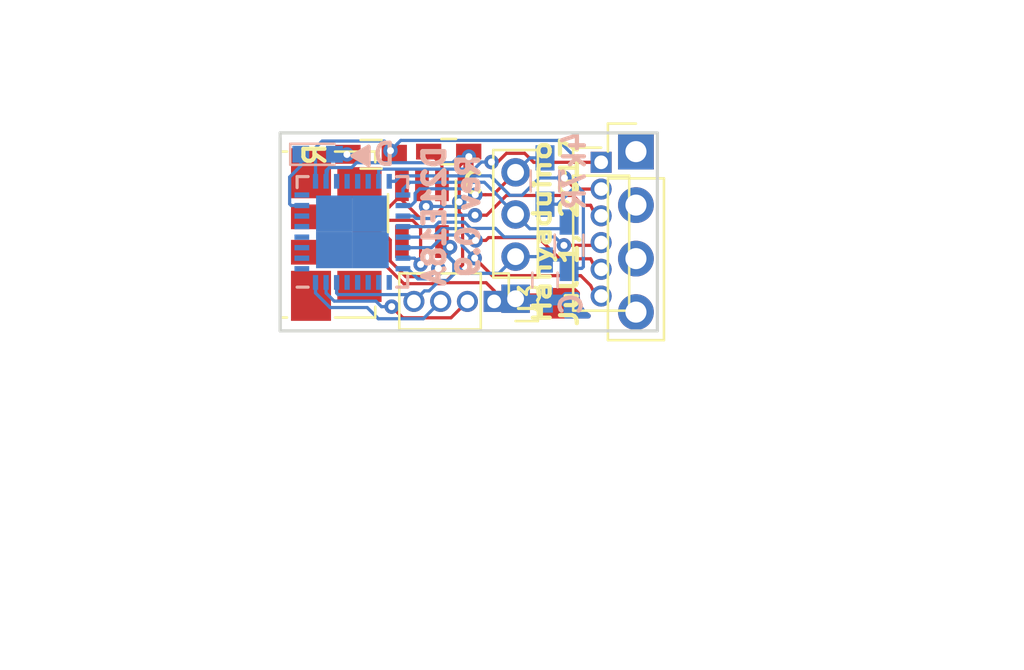
<source format=kicad_pcb>
(kicad_pcb (version 4) (host pcbnew 4.0.6)

  (general
    (links 39)
    (no_connects 7)
    (area 104.781457 96.9896 153.455401 128.8034)
    (thickness 1.6)
    (drawings 13)
    (tracks 236)
    (zones 0)
    (modules 13)
    (nets 36)
  )

  (page A4)
  (layers
    (0 F.Cu signal)
    (31 B.Cu signal)
    (33 F.Adhes user)
    (34 B.Paste user)
    (35 F.Paste user)
    (36 B.SilkS user)
    (37 F.SilkS user)
    (38 B.Mask user)
    (39 F.Mask user)
    (40 Dwgs.User user)
    (41 Cmts.User user)
    (42 Eco1.User user)
    (43 Eco2.User user)
    (44 Edge.Cuts user)
    (45 Margin user)
    (47 F.CrtYd user)
    (49 F.Fab user)
  )

  (setup
    (last_trace_width 0.1524)
    (trace_clearance 0.1524)
    (zone_clearance 0.508)
    (zone_45_only no)
    (trace_min 0.1524)
    (segment_width 0.2)
    (edge_width 0.15)
    (via_size 0.6858)
    (via_drill 0.3302)
    (via_min_size 0.6858)
    (via_min_drill 0.3302)
    (uvia_size 0.762)
    (uvia_drill 0.508)
    (uvias_allowed no)
    (uvia_min_size 0)
    (uvia_min_drill 0)
    (pcb_text_width 0.3)
    (pcb_text_size 1.5 1.5)
    (mod_edge_width 0.15)
    (mod_text_size 1 1)
    (mod_text_width 0.15)
    (pad_size 1.524 1.524)
    (pad_drill 0.762)
    (pad_to_mask_clearance 0.2)
    (aux_axis_origin 0 0)
    (grid_origin 118.491 103.251)
    (visible_elements FFFFFF7F)
    (pcbplotparams
      (layerselection 0x000f0_80000001)
      (usegerberextensions false)
      (excludeedgelayer true)
      (linewidth 0.100000)
      (plotframeref false)
      (viasonmask false)
      (mode 1)
      (useauxorigin false)
      (hpglpennumber 1)
      (hpglpenspeed 20)
      (hpglpendiameter 15)
      (hpglpenoverlay 2)
      (psnegative false)
      (psa4output false)
      (plotreference true)
      (plotvalue true)
      (plotinvisibletext false)
      (padsonsilk false)
      (subtractmaskfromsilk false)
      (outputformat 1)
      (mirror false)
      (drillshape 0)
      (scaleselection 1)
      (outputdirectory ""))
  )

  (net 0 "")
  (net 1 +5V)
  (net 2 GND)
  (net 3 VDDANA)
  (net 4 "Net-(D1-Pad2)")
  (net 5 /RESET)
  (net 6 "Net-(J1-Pad6)")
  (net 7 A6/LED_BUILTIN)
  (net 8 A31/SWDIO)
  (net 9 A16/SDA)
  (net 10 A17/SCL)
  (net 11 AREFA)
  (net 12 VDDCORE)
  (net 13 A2)
  (net 14 A4)
  (net 15 A5)
  (net 16 A7)
  (net 17 A8)
  (net 18 A9)
  (net 19 A10/TX1)
  (net 20 A11/RX1)
  (net 21 A14/TX2)
  (net 22 A15/RX2)
  (net 23 A18/MOSI)
  (net 24 A19/SCK)
  (net 25 A22/MISO)
  (net 26 A23/SS)
  (net 27 D-)
  (net 28 D+)
  (net 29 A27)
  (net 30 A28)
  (net 31 A30/SWDCLK)
  (net 32 A0)
  (net 33 A1)
  (net 34 "Net-(J1-Pad4)")
  (net 35 "Net-(U1-Pad4)")

  (net_class Default "This is the default net class."
    (clearance 0.1524)
    (trace_width 0.1524)
    (via_dia 0.6858)
    (via_drill 0.3302)
    (uvia_dia 0.762)
    (uvia_drill 0.508)
    (add_net +5V)
    (add_net /RESET)
    (add_net A0)
    (add_net A1)
    (add_net A10/TX1)
    (add_net A11/RX1)
    (add_net A14/TX2)
    (add_net A15/RX2)
    (add_net A16/SDA)
    (add_net A17/SCL)
    (add_net A18/MOSI)
    (add_net A19/SCK)
    (add_net A2)
    (add_net A22/MISO)
    (add_net A23/SS)
    (add_net A27)
    (add_net A28)
    (add_net A30/SWDCLK)
    (add_net A31/SWDIO)
    (add_net A4)
    (add_net A5)
    (add_net A6/LED_BUILTIN)
    (add_net A7)
    (add_net A8)
    (add_net A9)
    (add_net AREFA)
    (add_net D+)
    (add_net D-)
    (add_net GND)
    (add_net "Net-(D1-Pad2)")
    (add_net "Net-(J1-Pad4)")
    (add_net "Net-(J1-Pad6)")
    (add_net "Net-(U1-Pad4)")
    (add_net VDDANA)
    (add_net VDDCORE)
  )

  (module Connectors_Molex:USB_Micro-B_Molex_47346-0001 (layer F.Cu) (tedit 595776C6) (tstamp 594F625D)
    (at 120.904 108.204)
    (descr http://www.molex.com/pdm_docs/sd/473460001_sd.pdf)
    (tags "Micro-USB SMD")
    (path /594F16CE)
    (attr smd)
    (fp_text reference J1 (at -15.113 3.302) (layer Dwgs.User)
      (effects (font (size 1 1) (thickness 0.15)))
    )
    (fp_text value USB_OTG (at -11.684 -0.508 90) (layer F.Fab)
      (effects (font (size 1 1) (thickness 0.15)))
    )
    (fp_text user "PCB Front Edge" (at -2.85 7.62 90) (layer Dwgs.User)
      (effects (font (size 0.4 0.4) (thickness 0.04)))
    )
    (fp_line (start 1.72 3.94) (end 1.72 3.43) (layer F.SilkS) (width 0.12))
    (fp_line (start -3.74 4.6) (end -3.74 -4.6) (layer F.CrtYd) (width 0.05))
    (fp_line (start 2.52 4.6) (end -3.74 4.6) (layer F.CrtYd) (width 0.05))
    (fp_line (start 2.52 -4.6) (end 2.52 4.6) (layer F.CrtYd) (width 0.05))
    (fp_line (start -3.74 -4.6) (end 2.52 -4.6) (layer F.CrtYd) (width 0.05))
    (fp_line (start -3.48 3.75) (end -3.48 -3.75) (layer F.Fab) (width 0.1))
    (fp_line (start 1.52 3.75) (end -3.48 3.75) (layer F.Fab) (width 0.1))
    (fp_line (start 1.52 -3.75) (end 1.52 3.75) (layer F.Fab) (width 0.1))
    (fp_line (start -3.48 -3.75) (end 1.52 -3.75) (layer F.Fab) (width 0.1))
    (fp_line (start -2.47 3.94) (end -2.73 3.94) (layer F.SilkS) (width 0.12))
    (fp_line (start 1.72 3.94) (end -0.19 3.94) (layer F.SilkS) (width 0.12))
    (fp_line (start 1.72 -3.94) (end 1.72 -3.43) (layer F.SilkS) (width 0.12))
    (fp_line (start -0.19 -3.94) (end 1.72 -3.94) (layer F.SilkS) (width 0.12))
    (fp_line (start -2.73 -3.94) (end -2.47 -3.94) (layer F.SilkS) (width 0.12))
    (fp_line (start -2.78 -5) (end -2.78 5) (layer Dwgs.User) (width 0.15))
    (pad 1 smd rect (at 1.33 -1.3) (size 1.38 0.45) (layers F.Cu F.Paste F.Mask)
      (net 1 +5V))
    (pad 2 smd rect (at 1.33 -0.65) (size 1.38 0.45) (layers F.Cu F.Paste F.Mask)
      (net 27 D-))
    (pad 3 smd rect (at 1.33 0) (size 1.38 0.45) (layers F.Cu F.Paste F.Mask)
      (net 28 D+))
    (pad 4 smd rect (at 1.33 0.65) (size 1.38 0.45) (layers F.Cu F.Paste F.Mask)
      (net 34 "Net-(J1-Pad4)"))
    (pad 5 smd rect (at 1.33 1.3) (size 1.38 0.45) (layers F.Cu F.Paste F.Mask)
      (net 2 GND))
    (pad 6 smd rect (at 0.97 -2.4625) (size 2.1 1.475) (layers F.Cu F.Paste F.Mask)
      (net 6 "Net-(J1-Pad6)"))
    (pad 6 smd rect (at 0.97 2.4625) (size 2.1 1.475) (layers F.Cu F.Paste F.Mask)
      (net 6 "Net-(J1-Pad6)"))
    (pad 6 smd rect (at -1.33 -2.91) (size 1.9 2.375) (layers F.Cu F.Paste F.Mask)
      (net 6 "Net-(J1-Pad6)"))
    (pad 6 smd rect (at -1.33 2.91) (size 1.9 2.375) (layers F.Cu F.Paste F.Mask)
      (net 6 "Net-(J1-Pad6)"))
    (pad 6 smd rect (at -1.33 -0.84) (size 1.9 1.175) (layers F.Cu F.Paste F.Mask)
      (net 6 "Net-(J1-Pad6)"))
    (pad 6 smd rect (at -1.33 0.84) (size 1.9 1.175) (layers F.Cu F.Paste F.Mask)
      (net 6 "Net-(J1-Pad6)"))
    (model Connectors_Molex.3dshapes/USB_Micro-B_Molex_47346-0001.wrl
      (at (xyz -0.05 0 0.05))
      (scale (xyz 0.39 0.39 0.39))
      (rotate (xyz -90 0 90))
    )
  )

  (module Resistors_SMD:R_0603_HandSoldering (layer B.Cu) (tedit 595775E1) (tstamp 594F629F)
    (at 130.683 105.664 90)
    (descr "Resistor SMD 0603, hand soldering")
    (tags "resistor 0603")
    (path /594F1D1D)
    (attr smd)
    (fp_text reference "" (at -1.905 10.287 90) (layer B.SilkS)
      (effects (font (size 1 1) (thickness 0.15)) (justify mirror))
    )
    (fp_text value 4k7 (at -9.144 10.414 90) (layer B.Fab)
      (effects (font (size 1 1) (thickness 0.15)) (justify mirror))
    )
    (fp_text user %R (at 0 0 90) (layer B.Fab)
      (effects (font (size 0.5 0.5) (thickness 0.075)) (justify mirror))
    )
    (fp_line (start -0.8 -0.4) (end -0.8 0.4) (layer B.Fab) (width 0.1))
    (fp_line (start 0.8 -0.4) (end -0.8 -0.4) (layer B.Fab) (width 0.1))
    (fp_line (start 0.8 0.4) (end 0.8 -0.4) (layer B.Fab) (width 0.1))
    (fp_line (start -0.8 0.4) (end 0.8 0.4) (layer B.Fab) (width 0.1))
    (fp_line (start 0.5 -0.68) (end -0.5 -0.68) (layer B.SilkS) (width 0.12))
    (fp_line (start -0.5 0.68) (end 0.5 0.68) (layer B.SilkS) (width 0.12))
    (fp_line (start -1.96 0.7) (end 1.95 0.7) (layer B.CrtYd) (width 0.05))
    (fp_line (start -1.96 0.7) (end -1.96 -0.7) (layer B.CrtYd) (width 0.05))
    (fp_line (start 1.95 -0.7) (end 1.95 0.7) (layer B.CrtYd) (width 0.05))
    (fp_line (start 1.95 -0.7) (end -1.96 -0.7) (layer B.CrtYd) (width 0.05))
    (pad 1 smd rect (at -1.1 0 90) (size 1.2 0.9) (layers B.Cu B.Paste B.Mask)
      (net 3 VDDANA))
    (pad 2 smd rect (at 1.1 0 90) (size 1.2 0.9) (layers B.Cu B.Paste B.Mask)
      (net 10 A17/SCL))
    (model ${KISYS3DMOD}/Resistors_SMD.3dshapes/R_0603.wrl
      (at (xyz 0 0 0))
      (scale (xyz 1 1 1))
      (rotate (xyz 0 0 0))
    )
  )

  (module TO_SOT_Packages_SMD:SOT-23-5_HandSoldering (layer F.Cu) (tedit 595776DC) (tstamp 594F62B4)
    (at 124.841 107.188 270)
    (descr "5-pin SOT23 package")
    (tags "SOT-23-5 hand-soldering")
    (path /594F1746)
    (attr smd)
    (fp_text reference U1 (at 9.652 -19.558 270) (layer Dwgs.User)
      (effects (font (size 1 1) (thickness 0.15)))
    )
    (fp_text value TLV71333PDBV (at 11.684 11.049 360) (layer F.Fab)
      (effects (font (size 1 1) (thickness 0.15)))
    )
    (fp_text user %R (at -7.62 -1.778 270) (layer F.Fab)
      (effects (font (size 0.5 0.5) (thickness 0.075)))
    )
    (fp_line (start -0.9 1.61) (end 0.9 1.61) (layer F.SilkS) (width 0.12))
    (fp_line (start 0.9 -1.61) (end -1.55 -1.61) (layer F.SilkS) (width 0.12))
    (fp_line (start -0.9 -0.9) (end -0.25 -1.55) (layer F.Fab) (width 0.1))
    (fp_line (start 0.9 -1.55) (end -0.25 -1.55) (layer F.Fab) (width 0.1))
    (fp_line (start -0.9 -0.9) (end -0.9 1.55) (layer F.Fab) (width 0.1))
    (fp_line (start 0.9 1.55) (end -0.9 1.55) (layer F.Fab) (width 0.1))
    (fp_line (start 0.9 -1.55) (end 0.9 1.55) (layer F.Fab) (width 0.1))
    (fp_line (start -2.38 -1.8) (end 2.38 -1.8) (layer F.CrtYd) (width 0.05))
    (fp_line (start -2.38 -1.8) (end -2.38 1.8) (layer F.CrtYd) (width 0.05))
    (fp_line (start 2.38 1.8) (end 2.38 -1.8) (layer F.CrtYd) (width 0.05))
    (fp_line (start 2.38 1.8) (end -2.38 1.8) (layer F.CrtYd) (width 0.05))
    (pad 1 smd rect (at -1.35 -0.95 270) (size 1.56 0.65) (layers F.Cu F.Paste F.Mask)
      (net 1 +5V))
    (pad 2 smd rect (at -1.35 0 270) (size 1.56 0.65) (layers F.Cu F.Paste F.Mask)
      (net 2 GND))
    (pad 3 smd rect (at -1.35 0.95 270) (size 1.56 0.65) (layers F.Cu F.Paste F.Mask)
      (net 1 +5V))
    (pad 4 smd rect (at 1.35 0.95 270) (size 1.56 0.65) (layers F.Cu F.Paste F.Mask)
      (net 35 "Net-(U1-Pad4)"))
    (pad 5 smd rect (at 1.35 -0.95 270) (size 1.56 0.65) (layers F.Cu F.Paste F.Mask)
      (net 3 VDDANA))
    (model ${KISYS3DMOD}/TO_SOT_Packages_SMD.3dshapes\SOT-23-5.wrl
      (at (xyz 0 0 0))
      (scale (xyz 1 1 1))
      (rotate (xyz 0 0 0))
    )
  )

  (module Pin_Headers:Pin_Header_Straight_1x04_Pitch1.27mm (layer F.Cu) (tedit 58CD4ED0) (tstamp 5956F2BF)
    (at 128.27 111.379 270)
    (descr "Through hole straight pin header, 1x04, 1.27mm pitch, single row")
    (tags "Through hole pin header THT 1x04 1.27mm single row")
    (path /59571376)
    (fp_text reference J3 (at 0 -1.695 270) (layer F.SilkS)
      (effects (font (size 1 1) (thickness 0.15)))
    )
    (fp_text value CONN_01X04 (at 7.493 3.302 360) (layer F.Fab)
      (effects (font (size 1 1) (thickness 0.15)))
    )
    (fp_line (start -1.27 -0.635) (end -1.27 4.445) (layer F.Fab) (width 0.1))
    (fp_line (start -1.27 4.445) (end 1.27 4.445) (layer F.Fab) (width 0.1))
    (fp_line (start 1.27 4.445) (end 1.27 -0.635) (layer F.Fab) (width 0.1))
    (fp_line (start 1.27 -0.635) (end -1.27 -0.635) (layer F.Fab) (width 0.1))
    (fp_line (start -1.33 0.635) (end -1.33 4.505) (layer F.SilkS) (width 0.12))
    (fp_line (start -1.33 4.505) (end 1.33 4.505) (layer F.SilkS) (width 0.12))
    (fp_line (start 1.33 4.505) (end 1.33 0.635) (layer F.SilkS) (width 0.12))
    (fp_line (start 1.33 0.635) (end -1.33 0.635) (layer F.SilkS) (width 0.12))
    (fp_line (start -1.33 0) (end -1.33 -0.695) (layer F.SilkS) (width 0.12))
    (fp_line (start -1.33 -0.695) (end 0 -0.695) (layer F.SilkS) (width 0.12))
    (fp_line (start -1.8 -1.15) (end -1.8 4.95) (layer F.CrtYd) (width 0.05))
    (fp_line (start -1.8 4.95) (end 1.8 4.95) (layer F.CrtYd) (width 0.05))
    (fp_line (start 1.8 4.95) (end 1.8 -1.15) (layer F.CrtYd) (width 0.05))
    (fp_line (start 1.8 -1.15) (end -1.8 -1.15) (layer F.CrtYd) (width 0.05))
    (fp_text user %R (at 0 -1.695 270) (layer F.Fab)
      (effects (font (size 1 1) (thickness 0.15)))
    )
    (pad 1 thru_hole rect (at 0 0 270) (size 1 1) (drill 0.65) (layers *.Cu *.Mask)
      (net 2 GND))
    (pad 2 thru_hole oval (at 0 1.27 270) (size 1 1) (drill 0.65) (layers *.Cu *.Mask)
      (net 31 A30/SWDCLK))
    (pad 3 thru_hole oval (at 0 2.54 270) (size 1 1) (drill 0.65) (layers *.Cu *.Mask)
      (net 8 A31/SWDIO))
    (pad 4 thru_hole oval (at 0 3.81 270) (size 1 1) (drill 0.65) (layers *.Cu *.Mask)
      (net 3 VDDANA))
    (model ${KISYS3DMOD}/Pin_Headers.3dshapes/Pin_Header_Straight_1x04_Pitch1.27mm.wrl
      (at (xyz 0 0 0))
      (scale (xyz 1 1 1))
      (rotate (xyz 0 0 0))
    )
  )

  (module Pin_Headers:Pin_Header_Straight_1x04_Pitch2.00mm (layer F.Cu) (tedit 595776D5) (tstamp 594F6C51)
    (at 129.286 111.252 180)
    (descr "Through hole straight pin header, 1x04, 2.00mm pitch, single row")
    (tags "Through hole pin header THT 1x04 2.00mm single row")
    (path /594F6B16)
    (fp_text reference J6 (at -4.318 -6.731 180) (layer Dwgs.User)
      (effects (font (size 1 1) (thickness 0.15)))
    )
    (fp_text value Groveconn4 (at -14.732 2.413 270) (layer F.Fab)
      (effects (font (size 1 1) (thickness 0.15)))
    )
    (fp_line (start -1 -1) (end -1 7) (layer F.Fab) (width 0.1))
    (fp_line (start -1 7) (end 1 7) (layer F.Fab) (width 0.1))
    (fp_line (start 1 7) (end 1 -1) (layer F.Fab) (width 0.1))
    (fp_line (start 1 -1) (end -1 -1) (layer F.Fab) (width 0.1))
    (fp_line (start -1.06 1) (end -1.06 7.06) (layer F.SilkS) (width 0.12))
    (fp_line (start -1.06 7.06) (end 1.06 7.06) (layer F.SilkS) (width 0.12))
    (fp_line (start 1.06 7.06) (end 1.06 1) (layer F.SilkS) (width 0.12))
    (fp_line (start 1.06 1) (end -1.06 1) (layer F.SilkS) (width 0.12))
    (fp_line (start -1.06 0) (end -1.06 -1.06) (layer F.SilkS) (width 0.12))
    (fp_line (start -1.06 -1.06) (end 0 -1.06) (layer F.SilkS) (width 0.12))
    (fp_line (start -1.5 -1.5) (end -1.5 7.5) (layer F.CrtYd) (width 0.05))
    (fp_line (start -1.5 7.5) (end 1.5 7.5) (layer F.CrtYd) (width 0.05))
    (fp_line (start 1.5 7.5) (end 1.5 -1.5) (layer F.CrtYd) (width 0.05))
    (fp_line (start 1.5 -1.5) (end -1.5 -1.5) (layer F.CrtYd) (width 0.05))
    (fp_text user %R (at -2.032 -7.366 180) (layer F.Fab)
      (effects (font (size 1 1) (thickness 0.15)))
    )
    (pad 1 thru_hole rect (at 0 0 180) (size 1.35 1.35) (drill 0.8) (layers *.Cu *.Mask)
      (net 2 GND))
    (pad 2 thru_hole oval (at 0 2 180) (size 1.35 1.35) (drill 0.8) (layers *.Cu *.Mask)
      (net 3 VDDANA))
    (pad 3 thru_hole oval (at 0 4 180) (size 1.35 1.35) (drill 0.8) (layers *.Cu *.Mask)
      (net 9 A16/SDA))
    (pad 4 thru_hole oval (at 0 6 180) (size 1.35 1.35) (drill 0.8) (layers *.Cu *.Mask)
      (net 10 A17/SCL))
    (model ${KISYS3DMOD}/Pin_Headers.3dshapes/Pin_Header_Straight_1x04_Pitch2.00mm.wrl
      (at (xyz 0 0 0))
      (scale (xyz 1 1 1))
      (rotate (xyz 0 0 0))
    )
  )

  (module Capacitors_SMD:C_0603_HandSoldering (layer F.Cu) (tedit 595776CE) (tstamp 594F6206)
    (at 126.111 104.267)
    (descr "Capacitor SMD 0603, hand soldering")
    (tags "capacitor 0603")
    (path /594F2E4A)
    (attr smd)
    (fp_text reference C1 (at -6.35 14.097) (layer Dwgs.User)
      (effects (font (size 1 1) (thickness 0.15)))
    )
    (fp_text value 1uF (at 2.794 -5.334) (layer F.Fab)
      (effects (font (size 1 1) (thickness 0.15)))
    )
    (fp_text user %R (at -0.889 -5.969) (layer F.Fab)
      (effects (font (size 1 1) (thickness 0.15)))
    )
    (fp_line (start -0.8 0.4) (end -0.8 -0.4) (layer F.Fab) (width 0.1))
    (fp_line (start 0.8 0.4) (end -0.8 0.4) (layer F.Fab) (width 0.1))
    (fp_line (start 0.8 -0.4) (end 0.8 0.4) (layer F.Fab) (width 0.1))
    (fp_line (start -0.8 -0.4) (end 0.8 -0.4) (layer F.Fab) (width 0.1))
    (fp_line (start -0.35 -0.6) (end 0.35 -0.6) (layer F.SilkS) (width 0.12))
    (fp_line (start 0.35 0.6) (end -0.35 0.6) (layer F.SilkS) (width 0.12))
    (fp_line (start -1.8 -0.65) (end 1.8 -0.65) (layer F.CrtYd) (width 0.05))
    (fp_line (start -1.8 -0.65) (end -1.8 0.65) (layer F.CrtYd) (width 0.05))
    (fp_line (start 1.8 0.65) (end 1.8 -0.65) (layer F.CrtYd) (width 0.05))
    (fp_line (start 1.8 0.65) (end -1.8 0.65) (layer F.CrtYd) (width 0.05))
    (pad 1 smd rect (at -0.95 0) (size 1.2 0.75) (layers F.Cu F.Paste F.Mask)
      (net 1 +5V))
    (pad 2 smd rect (at 0.95 0) (size 1.2 0.75) (layers F.Cu F.Paste F.Mask)
      (net 2 GND))
    (model Capacitors_SMD.3dshapes/C_0603.wrl
      (at (xyz 0 0 0))
      (scale (xyz 1 1 1))
      (rotate (xyz 0 0 0))
    )
  )

  (module "Housings_DFN_QFN XXX:QFN-32-1EP_5x5mm_Pitch0.5mm" (layer B.Cu) (tedit 59577631) (tstamp 5956F48A)
    (at 121.539 108.077)
    (descr "UH Package; 32-Lead Plastic QFN (5mm x 5mm); (see Linear Technology QFN_32_05-08-1693.pdf)")
    (tags "QFN 0.5")
    (path /5956CE41)
    (attr smd)
    (fp_text reference "" (at 0 3.75) (layer B.SilkS)
      (effects (font (size 1 1) (thickness 0.15)) (justify mirror))
    )
    (fp_text value ATSAMD21E18A-AU (at -3.048 -8.509) (layer B.Fab)
      (effects (font (size 1 1) (thickness 0.15)) (justify mirror))
    )
    (fp_line (start -1.5 2.5) (end 2.5 2.5) (layer B.Fab) (width 0.15))
    (fp_line (start 2.5 2.5) (end 2.5 -2.5) (layer B.Fab) (width 0.15))
    (fp_line (start 2.5 -2.5) (end -2.5 -2.5) (layer B.Fab) (width 0.15))
    (fp_line (start -2.5 -2.5) (end -2.5 1.5) (layer B.Fab) (width 0.15))
    (fp_line (start -2.5 1.5) (end -1.5 2.5) (layer B.Fab) (width 0.15))
    (fp_line (start -3 3) (end -3 -3) (layer B.CrtYd) (width 0.05))
    (fp_line (start 3 3) (end 3 -3) (layer B.CrtYd) (width 0.05))
    (fp_line (start -3 3) (end 3 3) (layer B.CrtYd) (width 0.05))
    (fp_line (start -3 -3) (end 3 -3) (layer B.CrtYd) (width 0.05))
    (fp_line (start 2.625 2.625) (end 2.625 2.1) (layer B.SilkS) (width 0.15))
    (fp_line (start -2.625 -2.625) (end -2.625 -2.1) (layer B.SilkS) (width 0.15))
    (fp_line (start 2.625 -2.625) (end 2.625 -2.1) (layer B.SilkS) (width 0.15))
    (fp_line (start -2.625 2.625) (end -2.1 2.625) (layer B.SilkS) (width 0.15))
    (fp_line (start -2.625 -2.625) (end -2.1 -2.625) (layer B.SilkS) (width 0.15))
    (fp_line (start 2.625 -2.625) (end 2.1 -2.625) (layer B.SilkS) (width 0.15))
    (fp_line (start 2.625 2.625) (end 2.1 2.625) (layer B.SilkS) (width 0.15))
    (pad 1 smd rect (at -2.4 1.75) (size 0.7 0.25) (layers B.Cu B.Paste B.Mask)
      (net 32 A0))
    (pad 2 smd rect (at -2.4 1.25) (size 0.7 0.25) (layers B.Cu B.Paste B.Mask)
      (net 33 A1))
    (pad 3 smd rect (at -2.4 0.75) (size 0.7 0.25) (layers B.Cu B.Paste B.Mask)
      (net 13 A2))
    (pad 4 smd rect (at -2.4 0.25) (size 0.7 0.25) (layers B.Cu B.Paste B.Mask)
      (net 11 AREFA))
    (pad 5 smd rect (at -2.4 -0.25) (size 0.7 0.25) (layers B.Cu B.Paste B.Mask)
      (net 14 A4))
    (pad 6 smd rect (at -2.4 -0.75) (size 0.7 0.25) (layers B.Cu B.Paste B.Mask)
      (net 15 A5))
    (pad 7 smd rect (at -2.4 -1.25) (size 0.7 0.25) (layers B.Cu B.Paste B.Mask)
      (net 7 A6/LED_BUILTIN))
    (pad 8 smd rect (at -2.4 -1.75) (size 0.7 0.25) (layers B.Cu B.Paste B.Mask)
      (net 16 A7))
    (pad 9 smd rect (at -1.75 -2.4 270) (size 0.7 0.25) (layers B.Cu B.Paste B.Mask)
      (net 3 VDDANA))
    (pad 10 smd rect (at -1.25 -2.4 270) (size 0.7 0.25) (layers B.Cu B.Paste B.Mask)
      (net 2 GND))
    (pad 11 smd rect (at -0.75 -2.4 270) (size 0.7 0.25) (layers B.Cu B.Paste B.Mask)
      (net 17 A8))
    (pad 12 smd rect (at -0.25 -2.4 270) (size 0.7 0.25) (layers B.Cu B.Paste B.Mask)
      (net 18 A9))
    (pad 13 smd rect (at 0.25 -2.4 270) (size 0.7 0.25) (layers B.Cu B.Paste B.Mask)
      (net 19 A10/TX1))
    (pad 14 smd rect (at 0.75 -2.4 270) (size 0.7 0.25) (layers B.Cu B.Paste B.Mask)
      (net 20 A11/RX1))
    (pad 15 smd rect (at 1.25 -2.4 270) (size 0.7 0.25) (layers B.Cu B.Paste B.Mask)
      (net 21 A14/TX2))
    (pad 16 smd rect (at 1.75 -2.4 270) (size 0.7 0.25) (layers B.Cu B.Paste B.Mask)
      (net 22 A15/RX2))
    (pad 17 smd rect (at 2.4 -1.75) (size 0.7 0.25) (layers B.Cu B.Paste B.Mask)
      (net 9 A16/SDA))
    (pad 18 smd rect (at 2.4 -1.25) (size 0.7 0.25) (layers B.Cu B.Paste B.Mask)
      (net 10 A17/SCL))
    (pad 19 smd rect (at 2.4 -0.75) (size 0.7 0.25) (layers B.Cu B.Paste B.Mask)
      (net 23 A18/MOSI))
    (pad 20 smd rect (at 2.4 -0.25) (size 0.7 0.25) (layers B.Cu B.Paste B.Mask)
      (net 24 A19/SCK))
    (pad 21 smd rect (at 2.4 0.25) (size 0.7 0.25) (layers B.Cu B.Paste B.Mask)
      (net 25 A22/MISO))
    (pad 22 smd rect (at 2.4 0.75) (size 0.7 0.25) (layers B.Cu B.Paste B.Mask)
      (net 26 A23/SS))
    (pad 23 smd rect (at 2.4 1.25) (size 0.7 0.25) (layers B.Cu B.Paste B.Mask)
      (net 27 D-))
    (pad 24 smd rect (at 2.4 1.75) (size 0.7 0.25) (layers B.Cu B.Paste B.Mask)
      (net 28 D+))
    (pad 25 smd rect (at 1.75 2.4 270) (size 0.7 0.25) (layers B.Cu B.Paste B.Mask)
      (net 29 A27))
    (pad 26 smd rect (at 1.25 2.4 270) (size 0.7 0.25) (layers B.Cu B.Paste B.Mask)
      (net 5 /RESET))
    (pad 27 smd rect (at 0.75 2.4 270) (size 0.7 0.25) (layers B.Cu B.Paste B.Mask)
      (net 30 A28))
    (pad 28 smd rect (at 0.25 2.4 270) (size 0.7 0.25) (layers B.Cu B.Paste B.Mask)
      (net 2 GND))
    (pad 29 smd rect (at -0.25 2.4 270) (size 0.7 0.25) (layers B.Cu B.Paste B.Mask)
      (net 12 VDDCORE))
    (pad 30 smd rect (at -0.75 2.4 270) (size 0.7 0.25) (layers B.Cu B.Paste B.Mask)
      (net 3 VDDANA))
    (pad 31 smd rect (at -1.25 2.4 270) (size 0.7 0.25) (layers B.Cu B.Paste B.Mask)
      (net 31 A30/SWDCLK))
    (pad 32 smd rect (at -1.75 2.4 270) (size 0.7 0.25) (layers B.Cu B.Paste B.Mask)
      (net 8 A31/SWDIO))
    (pad 33 smd rect (at 0.8625 -0.8625) (size 1.725 1.725) (layers B.Cu B.Paste B.Mask)
      (solder_paste_margin_ratio -0.2))
    (pad 33 smd rect (at 0.8625 0.8625) (size 1.725 1.725) (layers B.Cu B.Paste B.Mask)
      (solder_paste_margin_ratio -0.2))
    (pad 33 smd rect (at -0.8625 -0.8625) (size 1.725 1.725) (layers B.Cu B.Paste B.Mask)
      (solder_paste_margin_ratio -0.2))
    (pad 33 smd rect (at -0.8625 0.8625) (size 1.725 1.725) (layers B.Cu B.Paste B.Mask)
      (solder_paste_margin_ratio -0.2))
    (model Housings_DFN_QFN.3dshapes/QFN-32-1EP_5x5mm_Pitch0.5mm.wrl
      (at (xyz 0 0 0))
      (scale (xyz 1 1 1))
      (rotate (xyz 0 0 0))
    )
  )

  (module Capacitors_SMD:C_0603_HandSoldering (layer B.Cu) (tedit 595775F8) (tstamp 594F620C)
    (at 130.683 110.363 270)
    (descr "Capacitor SMD 0603, hand soldering")
    (tags "capacitor 0603")
    (path /594F2E98)
    (attr smd)
    (fp_text reference "" (at 18.288 -4.064 270) (layer B.SilkS)
      (effects (font (size 1 1) (thickness 0.15)) (justify mirror))
    )
    (fp_text value 1uF (at 1.016 -10.922 270) (layer B.Fab)
      (effects (font (size 1 1) (thickness 0.15)) (justify mirror))
    )
    (fp_text user %R (at 0 1.25 270) (layer B.Fab)
      (effects (font (size 1 1) (thickness 0.15)) (justify mirror))
    )
    (fp_line (start -0.8 -0.4) (end -0.8 0.4) (layer B.Fab) (width 0.1))
    (fp_line (start 0.8 -0.4) (end -0.8 -0.4) (layer B.Fab) (width 0.1))
    (fp_line (start 0.8 0.4) (end 0.8 -0.4) (layer B.Fab) (width 0.1))
    (fp_line (start -0.8 0.4) (end 0.8 0.4) (layer B.Fab) (width 0.1))
    (fp_line (start -0.35 0.6) (end 0.35 0.6) (layer B.SilkS) (width 0.12))
    (fp_line (start 0.35 -0.6) (end -0.35 -0.6) (layer B.SilkS) (width 0.12))
    (fp_line (start -1.8 0.65) (end 1.8 0.65) (layer B.CrtYd) (width 0.05))
    (fp_line (start -1.8 0.65) (end -1.8 -0.65) (layer B.CrtYd) (width 0.05))
    (fp_line (start 1.8 -0.65) (end 1.8 0.65) (layer B.CrtYd) (width 0.05))
    (fp_line (start 1.8 -0.65) (end -1.8 -0.65) (layer B.CrtYd) (width 0.05))
    (pad 1 smd rect (at -0.95 0 270) (size 1.2 0.75) (layers B.Cu B.Paste B.Mask)
      (net 3 VDDANA))
    (pad 2 smd rect (at 0.95 0 270) (size 1.2 0.75) (layers B.Cu B.Paste B.Mask)
      (net 2 GND))
    (model Capacitors_SMD.3dshapes/C_0603.wrl
      (at (xyz 0 0 0))
      (scale (xyz 1 1 1))
      (rotate (xyz 0 0 0))
    )
  )

  (module LEDs:LED_0603 (layer B.Cu) (tedit 59577600) (tstamp 594F6224)
    (at 119.888 104.394)
    (descr "LED 0603 smd package")
    (tags "LED led 0603 SMD smd SMT smt smdled SMDLED smtled SMTLED")
    (path /594F194E)
    (attr smd)
    (fp_text reference "" (at 4.826 -4.191) (layer B.SilkS)
      (effects (font (size 1 1) (thickness 0.15)) (justify mirror))
    )
    (fp_text value LED (at 8.255 -4.064) (layer B.Fab)
      (effects (font (size 1 1) (thickness 0.15)) (justify mirror))
    )
    (fp_line (start -1.3 0.5) (end -1.3 -0.5) (layer B.SilkS) (width 0.12))
    (fp_line (start -0.2 0.2) (end -0.2 -0.2) (layer B.Fab) (width 0.1))
    (fp_line (start -0.15 0) (end 0.15 0.2) (layer B.Fab) (width 0.1))
    (fp_line (start 0.15 -0.2) (end -0.15 0) (layer B.Fab) (width 0.1))
    (fp_line (start 0.15 0.2) (end 0.15 -0.2) (layer B.Fab) (width 0.1))
    (fp_line (start 0.8 -0.4) (end -0.8 -0.4) (layer B.Fab) (width 0.1))
    (fp_line (start 0.8 0.4) (end 0.8 -0.4) (layer B.Fab) (width 0.1))
    (fp_line (start -0.8 0.4) (end 0.8 0.4) (layer B.Fab) (width 0.1))
    (fp_line (start -0.8 -0.4) (end -0.8 0.4) (layer B.Fab) (width 0.1))
    (fp_line (start -1.3 -0.5) (end 0.8 -0.5) (layer B.SilkS) (width 0.12))
    (fp_line (start -1.3 0.5) (end 0.8 0.5) (layer B.SilkS) (width 0.12))
    (fp_line (start 1.45 0.65) (end 1.45 -0.65) (layer B.CrtYd) (width 0.05))
    (fp_line (start 1.45 -0.65) (end -1.45 -0.65) (layer B.CrtYd) (width 0.05))
    (fp_line (start -1.45 -0.65) (end -1.45 0.65) (layer B.CrtYd) (width 0.05))
    (fp_line (start -1.45 0.65) (end 1.45 0.65) (layer B.CrtYd) (width 0.05))
    (pad 2 smd rect (at 0.8 0 180) (size 0.8 0.8) (layers B.Cu B.Paste B.Mask)
      (net 4 "Net-(D1-Pad2)"))
    (pad 1 smd rect (at -0.8 0 180) (size 0.8 0.8) (layers B.Cu B.Paste B.Mask)
      (net 7 A6/LED_BUILTIN))
    (model LEDs.3dshapes/LED_0603.wrl
      (at (xyz 0 0 0))
      (scale (xyz 1 1 1))
      (rotate (xyz 0 0 180))
    )
  )

  (module Resistors_SMD:R_0603_HandSoldering (layer F.Cu) (tedit 595776B2) (tstamp 594F6293)
    (at 122.428 104.394 180)
    (descr "Resistor SMD 0603, hand soldering")
    (tags "resistor 0603")
    (path /594F15EF)
    (attr smd)
    (fp_text reference R3 (at 3.175 4.318 180) (layer Dwgs.User)
      (effects (font (size 1 1) (thickness 0.15)))
    )
    (fp_text value 220R (at 1.524 6.477 180) (layer F.Fab)
      (effects (font (size 1 1) (thickness 0.15)))
    )
    (fp_text user %R (at -0.762 4.953 180) (layer F.Fab)
      (effects (font (size 0.5 0.5) (thickness 0.075)))
    )
    (fp_line (start -0.8 0.4) (end -0.8 -0.4) (layer F.Fab) (width 0.1))
    (fp_line (start 0.8 0.4) (end -0.8 0.4) (layer F.Fab) (width 0.1))
    (fp_line (start 0.8 -0.4) (end 0.8 0.4) (layer F.Fab) (width 0.1))
    (fp_line (start -0.8 -0.4) (end 0.8 -0.4) (layer F.Fab) (width 0.1))
    (fp_line (start 0.5 0.68) (end -0.5 0.68) (layer F.SilkS) (width 0.12))
    (fp_line (start -0.5 -0.68) (end 0.5 -0.68) (layer F.SilkS) (width 0.12))
    (fp_line (start -1.96 -0.7) (end 1.95 -0.7) (layer F.CrtYd) (width 0.05))
    (fp_line (start -1.96 -0.7) (end -1.96 0.7) (layer F.CrtYd) (width 0.05))
    (fp_line (start 1.95 0.7) (end 1.95 -0.7) (layer F.CrtYd) (width 0.05))
    (fp_line (start 1.95 0.7) (end -1.96 0.7) (layer F.CrtYd) (width 0.05))
    (pad 1 smd rect (at -1.1 0 180) (size 1.2 0.9) (layers F.Cu F.Paste F.Mask)
      (net 3 VDDANA))
    (pad 2 smd rect (at 1.1 0 180) (size 1.2 0.9) (layers F.Cu F.Paste F.Mask)
      (net 4 "Net-(D1-Pad2)"))
    (model ${KISYS3DMOD}/Resistors_SMD.3dshapes/R_0603.wrl
      (at (xyz 0 0 0))
      (scale (xyz 1 1 1))
      (rotate (xyz 0 0 0))
    )
  )

  (module Resistors_SMD:R_0603_HandSoldering (layer B.Cu) (tedit 595775F2) (tstamp 594F62A5)
    (at 131.826 108.712 90)
    (descr "Resistor SMD 0603, hand soldering")
    (tags "resistor 0603")
    (path /594F1D97)
    (attr smd)
    (fp_text reference "" (at -0.508 10.541 90) (layer B.SilkS)
      (effects (font (size 1 1) (thickness 0.15)) (justify mirror))
    )
    (fp_text value 4k7 (at -9.652 -0.889 90) (layer B.Fab)
      (effects (font (size 1 1) (thickness 0.15)) (justify mirror))
    )
    (fp_text user %R (at 0 0 90) (layer B.Fab)
      (effects (font (size 0.5 0.5) (thickness 0.075)) (justify mirror))
    )
    (fp_line (start -0.8 -0.4) (end -0.8 0.4) (layer B.Fab) (width 0.1))
    (fp_line (start 0.8 -0.4) (end -0.8 -0.4) (layer B.Fab) (width 0.1))
    (fp_line (start 0.8 0.4) (end 0.8 -0.4) (layer B.Fab) (width 0.1))
    (fp_line (start -0.8 0.4) (end 0.8 0.4) (layer B.Fab) (width 0.1))
    (fp_line (start 0.5 -0.68) (end -0.5 -0.68) (layer B.SilkS) (width 0.12))
    (fp_line (start -0.5 0.68) (end 0.5 0.68) (layer B.SilkS) (width 0.12))
    (fp_line (start -1.96 0.7) (end 1.95 0.7) (layer B.CrtYd) (width 0.05))
    (fp_line (start -1.96 0.7) (end -1.96 -0.7) (layer B.CrtYd) (width 0.05))
    (fp_line (start 1.95 -0.7) (end 1.95 0.7) (layer B.CrtYd) (width 0.05))
    (fp_line (start 1.95 -0.7) (end -1.96 -0.7) (layer B.CrtYd) (width 0.05))
    (pad 1 smd rect (at -1.1 0 90) (size 1.2 0.9) (layers B.Cu B.Paste B.Mask)
      (net 3 VDDANA))
    (pad 2 smd rect (at 1.1 0 90) (size 1.2 0.9) (layers B.Cu B.Paste B.Mask)
      (net 9 A16/SDA))
    (model ${KISYS3DMOD}/Resistors_SMD.3dshapes/R_0603.wrl
      (at (xyz 0 0 0))
      (scale (xyz 1 1 1))
      (rotate (xyz 0 0 0))
    )
  )

  (module Pin_Headers:Pin_Header_Straight_1x06_Pitch1.27mm (layer F.Cu) (tedit 595776E5) (tstamp 59575440)
    (at 133.35 104.775)
    (descr "Through hole straight pin header, 1x06, 1.27mm pitch, single row")
    (tags "Through hole pin header THT 1x06 1.27mm single row")
    (path /595743C2)
    (fp_text reference J7 (at -1.27 -5.08) (layer Dwgs.User)
      (effects (font (size 1 1) (thickness 0.15)))
    )
    (fp_text value CONN_01X06 (at 4.191 18.034) (layer F.Fab)
      (effects (font (size 1 1) (thickness 0.15)))
    )
    (fp_line (start -1.27 -0.635) (end -1.27 6.985) (layer F.Fab) (width 0.1))
    (fp_line (start -1.27 6.985) (end 1.27 6.985) (layer F.Fab) (width 0.1))
    (fp_line (start 1.27 6.985) (end 1.27 -0.635) (layer F.Fab) (width 0.1))
    (fp_line (start 1.27 -0.635) (end -1.27 -0.635) (layer F.Fab) (width 0.1))
    (fp_line (start -1.33 0.635) (end -1.33 7.045) (layer F.SilkS) (width 0.12))
    (fp_line (start -1.33 7.045) (end 1.33 7.045) (layer F.SilkS) (width 0.12))
    (fp_line (start 1.33 7.045) (end 1.33 0.635) (layer F.SilkS) (width 0.12))
    (fp_line (start 1.33 0.635) (end -1.33 0.635) (layer F.SilkS) (width 0.12))
    (fp_line (start -1.33 0) (end -1.33 -0.695) (layer F.SilkS) (width 0.12))
    (fp_line (start -1.33 -0.695) (end 0 -0.695) (layer F.SilkS) (width 0.12))
    (fp_line (start -1.8 -1.15) (end -1.8 7.5) (layer F.CrtYd) (width 0.05))
    (fp_line (start -1.8 7.5) (end 1.8 7.5) (layer F.CrtYd) (width 0.05))
    (fp_line (start 1.8 7.5) (end 1.8 -1.15) (layer F.CrtYd) (width 0.05))
    (fp_line (start 1.8 -1.15) (end -1.8 -1.15) (layer F.CrtYd) (width 0.05))
    (fp_text user %R (at 0.381 -6.604) (layer F.Fab)
      (effects (font (size 1 1) (thickness 0.15)))
    )
    (pad 1 thru_hole rect (at 0 0) (size 1 1) (drill 0.65) (layers *.Cu *.Mask)
      (net 21 A14/TX2))
    (pad 2 thru_hole oval (at 0 1.27) (size 1 1) (drill 0.65) (layers *.Cu *.Mask)
      (net 22 A15/RX2))
    (pad 3 thru_hole oval (at 0 2.54) (size 1 1) (drill 0.65) (layers *.Cu *.Mask)
      (net 23 A18/MOSI))
    (pad 4 thru_hole oval (at 0 3.81) (size 1 1) (drill 0.65) (layers *.Cu *.Mask)
      (net 24 A19/SCK))
    (pad 5 thru_hole oval (at 0 5.08) (size 1 1) (drill 0.65) (layers *.Cu *.Mask)
      (net 25 A22/MISO))
    (pad 6 thru_hole oval (at 0 6.35) (size 1 1) (drill 0.65) (layers *.Cu *.Mask)
      (net 26 A23/SS))
    (model ${KISYS3DMOD}/Pin_Headers.3dshapes/Pin_Header_Straight_1x06_Pitch1.27mm.wrl
      (at (xyz 0 0 0))
      (scale (xyz 1 1 1))
      (rotate (xyz 0 0 0))
    )
  )

  (module Pin_Headers:Pin_Header_Straight_1x04_Pitch2.54mm (layer F.Cu) (tedit 595776EF) (tstamp 595769E2)
    (at 135.001 104.267)
    (descr "Through hole straight pin header, 1x04, 2.54mm pitch, single row")
    (tags "Through hole pin header THT 1x04 2.54mm single row")
    (fp_text reference REF** (at 1.778 -5.461) (layer Dwgs.User)
      (effects (font (size 1 1) (thickness 0.15)))
    )
    (fp_text value Pin_Header_Straight_1x04_Pitch2.54mm (at 3.302 14.605) (layer F.Fab)
      (effects (font (size 1 1) (thickness 0.15)))
    )
    (fp_line (start -1.27 -1.27) (end -1.27 8.89) (layer F.Fab) (width 0.1))
    (fp_line (start -1.27 8.89) (end 1.27 8.89) (layer F.Fab) (width 0.1))
    (fp_line (start 1.27 8.89) (end 1.27 -1.27) (layer F.Fab) (width 0.1))
    (fp_line (start 1.27 -1.27) (end -1.27 -1.27) (layer F.Fab) (width 0.1))
    (fp_line (start -1.33 1.27) (end -1.33 8.95) (layer F.SilkS) (width 0.12))
    (fp_line (start -1.33 8.95) (end 1.33 8.95) (layer F.SilkS) (width 0.12))
    (fp_line (start 1.33 8.95) (end 1.33 1.27) (layer F.SilkS) (width 0.12))
    (fp_line (start 1.33 1.27) (end -1.33 1.27) (layer F.SilkS) (width 0.12))
    (fp_line (start -1.33 0) (end -1.33 -1.33) (layer F.SilkS) (width 0.12))
    (fp_line (start -1.33 -1.33) (end 0 -1.33) (layer F.SilkS) (width 0.12))
    (fp_line (start -1.8 -1.8) (end -1.8 9.4) (layer F.CrtYd) (width 0.05))
    (fp_line (start -1.8 9.4) (end 1.8 9.4) (layer F.CrtYd) (width 0.05))
    (fp_line (start 1.8 9.4) (end 1.8 -1.8) (layer F.CrtYd) (width 0.05))
    (fp_line (start 1.8 -1.8) (end -1.8 -1.8) (layer F.CrtYd) (width 0.05))
    (fp_text user %R (at 1.016 -4.064) (layer F.Fab)
      (effects (font (size 1 1) (thickness 0.15)))
    )
    (pad 1 thru_hole rect (at 0 0) (size 1.7 1.7) (drill 1) (layers *.Cu *.Mask))
    (pad 2 thru_hole oval (at 0 2.54) (size 1.7 1.7) (drill 1) (layers *.Cu *.Mask))
    (pad 3 thru_hole oval (at 0 5.08) (size 1.7 1.7) (drill 1) (layers *.Cu *.Mask))
    (pad 4 thru_hole oval (at 0 7.62) (size 1.7 1.7) (drill 1) (layers *.Cu *.Mask))
    (model ${KISYS3DMOD}/Pin_Headers.3dshapes/Pin_Header_Straight_1x04_Pitch2.54mm.wrl
      (at (xyz 0 -0.15 0))
      (scale (xyz 1 1 1))
      (rotate (xyz 0 0 90))
    )
  )

  (gr_text "R\n" (at 119.761 104.394 90) (layer F.SilkS)
    (effects (font (size 1 1) (thickness 0.2)) (justify mirror))
  )
  (gr_text C (at 127.254 105.664 180) (layer F.SilkS)
    (effects (font (size 1 1) (thickness 0.2)) (justify mirror))
  )
  (gr_text C (at 131.826 111.506 270) (layer B.SilkS)
    (effects (font (size 1 1) (thickness 0.2)))
  )
  (gr_text C (at 136.779 107.823) (layer B.Paste)
    (effects (font (size 1 1) (thickness 0.2)) (justify mirror))
  )
  (gr_text 4k7R (at 132.08 105.156 90) (layer B.SilkS)
    (effects (font (size 1 1) (thickness 0.2)) (justify mirror))
  )
  (gr_text D▶︎ (at 122.428 104.394) (layer B.SilkS)
    (effects (font (size 1 1) (thickness 0.2)) (justify mirror))
  )
  (gr_line (start 136.017 112.776) (end 118.11 112.776) (angle 90) (layer Edge.Cuts) (width 0.15))
  (gr_line (start 136.017 103.378) (end 118.11 103.378) (angle 90) (layer Edge.Cuts) (width 0.15))
  (gr_text "D21E18A\nRev 0.9" (at 126.238 107.315 90) (layer B.SilkS)
    (effects (font (size 1 1) (thickness 0.25)) (justify mirror))
  )
  (gr_text "Hanyaduino\nJul 1, 2017" (at 131.191 108.077 90) (layer F.SilkS)
    (effects (font (size 0.8 1) (thickness 0.2)))
  )
  (gr_line (start 118.11 103.378) (end 118.11 112.776) (angle 90) (layer Edge.Cuts) (width 0.15))
  (gr_line (start 136.017 112.776) (end 136.017 103.378) (angle 90) (layer Edge.Cuts) (width 0.15))
  (gr_line (start 118.11 103.632) (end 118.11 112.776) (angle 90) (layer Edge.Cuts) (width 0.15))

  (segment (start 122.234 106.904) (end 123.28 106.904) (width 0.1524) (layer F.Cu) (net 1))
  (segment (start 123.28 106.904) (end 123.891 106.293) (width 0.1524) (layer F.Cu) (net 1))
  (segment (start 123.891 106.293) (end 123.891 105.838) (width 0.1524) (layer F.Cu) (net 1))
  (segment (start 125.791 105.838) (end 125.791 104.9056) (width 0.1524) (layer F.Cu) (net 1))
  (segment (start 125.791 104.9056) (end 125.161 104.2756) (width 0.1524) (layer F.Cu) (net 1))
  (segment (start 125.161 104.2756) (end 125.161 104.267) (width 0.1524) (layer F.Cu) (net 1))
  (segment (start 123.891 105.838) (end 123.891 106.566807) (width 0.1524) (layer F.Cu) (net 1))
  (segment (start 123.891 106.566807) (end 124.766193 107.442) (width 0.1524) (layer F.Cu) (net 1))
  (segment (start 124.766193 107.442) (end 125.311743 107.442) (width 0.1524) (layer F.Cu) (net 1))
  (segment (start 125.311743 107.442) (end 125.791 106.962743) (width 0.1524) (layer F.Cu) (net 1))
  (segment (start 125.791 106.7704) (end 125.791 105.838) (width 0.1524) (layer F.Cu) (net 1))
  (segment (start 125.791 106.962743) (end 125.791 106.7704) (width 0.1524) (layer F.Cu) (net 1))
  (segment (start 125.560573 104.267) (end 125.161 104.267) (width 0.1524) (layer F.Cu) (net 1))
  (segment (start 125.161 104.394) (end 125.417922 104.394) (width 0.1524) (layer F.Cu) (net 1))
  (segment (start 126.771098 107.304336) (end 126.610291 107.143529) (width 0.1524) (layer F.Cu) (net 2))
  (segment (start 126.610291 107.143529) (end 126.610291 106.658596) (width 0.1524) (layer F.Cu) (net 2))
  (segment (start 125.869042 110.49) (end 125.923082 110.49) (width 0.1524) (layer F.Cu) (net 2))
  (segment (start 125.923082 110.49) (end 126.771098 109.641984) (width 0.1524) (layer F.Cu) (net 2))
  (segment (start 126.771098 109.641984) (end 126.771098 107.304336) (width 0.1524) (layer F.Cu) (net 2))
  (segment (start 126.399934 106.868953) (end 126.610291 106.658596) (width 0.1524) (layer B.Cu) (net 2))
  (segment (start 125.038968 106.868953) (end 126.399934 106.868953) (width 0.1524) (layer B.Cu) (net 2))
  (segment (start 126.610291 106.173663) (end 126.610291 106.658596) (width 0.1524) (layer F.Cu) (net 2))
  (segment (start 127.068305 104.506343) (end 126.610291 104.964357) (width 0.1524) (layer F.Cu) (net 2))
  (segment (start 126.610291 104.964357) (end 126.610291 106.173663) (width 0.1524) (layer F.Cu) (net 2))
  (via (at 126.610291 106.658596) (size 0.6858) (drill 0.3302) (layers F.Cu B.Cu) (net 2))
  (segment (start 130.683 111.313) (end 129.347 111.313) (width 0.1524) (layer B.Cu) (net 2))
  (segment (start 129.347 111.313) (end 129.286 111.252) (width 0.1524) (layer B.Cu) (net 2))
  (segment (start 120.440999 105.022601) (end 121.504661 105.022601) (width 0.1524) (layer B.Cu) (net 2))
  (segment (start 127.286 104.394) (end 127.240635 104.439365) (width 0.1524) (layer F.Cu) (net 2))
  (segment (start 126.583372 104.506343) (end 127.068305 104.506343) (width 0.1524) (layer B.Cu) (net 2))
  (segment (start 126.296127 104.793588) (end 126.583372 104.506343) (width 0.1524) (layer B.Cu) (net 2))
  (segment (start 121.733674 104.793588) (end 126.296127 104.793588) (width 0.1524) (layer B.Cu) (net 2))
  (segment (start 121.504661 105.022601) (end 121.733674 104.793588) (width 0.1524) (layer B.Cu) (net 2))
  (segment (start 120.365201 105.098399) (end 120.440999 105.022601) (width 0.1524) (layer B.Cu) (net 2))
  (segment (start 127.135283 104.439365) (end 127.068305 104.506343) (width 0.1524) (layer F.Cu) (net 2))
  (segment (start 127.240635 104.439365) (end 127.135283 104.439365) (width 0.1524) (layer F.Cu) (net 2))
  (via (at 127.068305 104.506343) (size 0.6858) (drill 0.3302) (layers F.Cu B.Cu) (net 2))
  (segment (start 125.869042 110.49) (end 127.889 110.49) (width 0.1524) (layer F.Cu) (net 2))
  (segment (start 127.889 110.49) (end 128.27 110.871) (width 0.1524) (layer F.Cu) (net 2))
  (segment (start 125.822564 110.536478) (end 125.869042 110.49) (width 0.1524) (layer F.Cu) (net 2))
  (segment (start 123.979222 110.536478) (end 125.822564 110.536478) (width 0.1524) (layer F.Cu) (net 2))
  (segment (start 122.946744 109.504) (end 123.979222 110.536478) (width 0.1524) (layer F.Cu) (net 2))
  (segment (start 122.234 109.504) (end 122.946744 109.504) (width 0.1524) (layer F.Cu) (net 2))
  (segment (start 124.939553 106.868953) (end 125.038968 106.868953) (width 0.1524) (layer F.Cu) (net 2))
  (segment (start 124.841 106.7704) (end 124.939553 106.868953) (width 0.1524) (layer F.Cu) (net 2))
  (segment (start 124.841 105.838) (end 124.841 106.7704) (width 0.1524) (layer F.Cu) (net 2))
  (via (at 125.038968 106.868953) (size 0.6858) (drill 0.3302) (layers F.Cu B.Cu) (net 2))
  (segment (start 128.27 111.379) (end 128.27 110.871) (width 0.1524) (layer F.Cu) (net 2))
  (segment (start 129.286 111.252) (end 129.286 110.71601) (width 0.1524) (layer F.Cu) (net 2))
  (segment (start 120.365201 105.098399) (end 120.289 105.677) (width 0.1524) (layer B.Cu) (net 2))
  (segment (start 120.289 105.677) (end 120.289 105.1746) (width 0.1524) (layer B.Cu) (net 2))
  (segment (start 120.289 105.1746) (end 120.365201 105.098399) (width 0.1524) (layer B.Cu) (net 2))
  (segment (start 126.352459 109.489576) (end 126.079606 109.216723) (width 0.1524) (layer B.Cu) (net 3))
  (segment (start 126.352459 110.087634) (end 126.352459 109.489576) (width 0.1524) (layer B.Cu) (net 3))
  (segment (start 126.055275 110.384818) (end 126.352459 110.087634) (width 0.1524) (layer B.Cu) (net 3))
  (segment (start 125.676417 110.384818) (end 126.055275 110.384818) (width 0.1524) (layer B.Cu) (net 3))
  (segment (start 125.182234 110.879001) (end 125.676417 110.384818) (width 0.1524) (layer B.Cu) (net 3))
  (segment (start 124.46 111.379) (end 124.959999 110.879001) (width 0.1524) (layer B.Cu) (net 3))
  (segment (start 124.959999 110.879001) (end 125.182234 110.879001) (width 0.1524) (layer B.Cu) (net 3))
  (segment (start 125.791 108.538) (end 125.805334 108.523666) (width 0.1524) (layer F.Cu) (net 3))
  (segment (start 125.805334 108.523666) (end 125.897212 108.523666) (width 0.1524) (layer F.Cu) (net 3))
  (segment (start 125.897212 108.523666) (end 126.172588 108.799042) (width 0.1524) (layer F.Cu) (net 3))
  (segment (start 126.079606 109.216723) (end 126.172588 109.123741) (width 0.1524) (layer B.Cu) (net 3))
  (segment (start 126.172588 109.123741) (end 126.172588 108.799042) (width 0.1524) (layer B.Cu) (net 3))
  (via (at 126.172588 108.799042) (size 0.6858) (drill 0.3302) (layers F.Cu B.Cu) (net 3))
  (segment (start 126.862781 110.045155) (end 126.079606 109.26198) (width 0.1524) (layer B.Cu) (net 3))
  (segment (start 129.286 109.252) (end 128.492845 110.045155) (width 0.1524) (layer B.Cu) (net 3))
  (segment (start 126.079606 109.26198) (end 126.079606 109.216723) (width 0.1524) (layer B.Cu) (net 3))
  (segment (start 128.492845 110.045155) (end 126.862781 110.045155) (width 0.1524) (layer B.Cu) (net 3))
  (segment (start 131.826 109.812) (end 132.4284 109.812) (width 0.1524) (layer B.Cu) (net 3))
  (segment (start 132.4284 109.812) (end 132.504601 109.735799) (width 0.1524) (layer B.Cu) (net 3))
  (segment (start 132.504601 109.735799) (end 132.504601 106.197687) (width 0.1524) (layer B.Cu) (net 3))
  (segment (start 132.504601 106.197687) (end 132.178157 105.871243) (width 0.1524) (layer B.Cu) (net 3))
  (segment (start 130.683 106.764) (end 131.2854 106.764) (width 0.1524) (layer B.Cu) (net 3))
  (segment (start 123.690592 103.879179) (end 123.347693 104.222078) (width 0.1524) (layer B.Cu) (net 3))
  (segment (start 131.2854 106.764) (end 132.178157 105.871243) (width 0.1524) (layer B.Cu) (net 3))
  (segment (start 132.178157 105.871243) (end 132.178157 104.597675) (width 0.1524) (layer B.Cu) (net 3))
  (segment (start 132.178157 104.597675) (end 131.315881 103.735399) (width 0.1524) (layer B.Cu) (net 3))
  (segment (start 131.315881 103.735399) (end 123.834372 103.735399) (width 0.1524) (layer B.Cu) (net 3))
  (segment (start 123.834372 103.735399) (end 123.690592 103.879179) (width 0.1524) (layer B.Cu) (net 3))
  (segment (start 129.286 109.252) (end 130.522 109.252) (width 0.1524) (layer B.Cu) (net 3))
  (segment (start 130.522 109.252) (end 130.683 109.413) (width 0.1524) (layer B.Cu) (net 3))
  (segment (start 130.683 109.413) (end 131.427 109.413) (width 0.1524) (layer B.Cu) (net 3))
  (segment (start 131.427 109.413) (end 131.826 109.812) (width 0.1524) (layer B.Cu) (net 3))
  (segment (start 119.789 105.677) (end 119.789 104.081518) (width 0.1524) (layer B.Cu) (net 3))
  (segment (start 120.105119 103.765399) (end 123.051183 103.765399) (width 0.1524) (layer B.Cu) (net 3))
  (segment (start 119.789 104.081518) (end 120.105119 103.765399) (width 0.1524) (layer B.Cu) (net 3))
  (segment (start 123.051183 103.765399) (end 123.500183 104.214399) (width 0.1524) (layer B.Cu) (net 3))
  (segment (start 123.492504 104.222078) (end 123.347693 104.222078) (width 0.1524) (layer B.Cu) (net 3))
  (segment (start 123.500183 104.214399) (end 123.492504 104.222078) (width 0.1524) (layer B.Cu) (net 3))
  (via (at 123.347693 104.222078) (size 0.6858) (drill 0.3302) (layers F.Cu B.Cu) (net 3))
  (segment (start 120.865201 111.055601) (end 124.136601 111.055601) (width 0.1524) (layer B.Cu) (net 3))
  (segment (start 124.136601 111.055601) (end 124.46 111.379) (width 0.1524) (layer B.Cu) (net 3))
  (segment (start 124.46 111.379) (end 124.46 111.170394) (width 0.1524) (layer B.Cu) (net 3))
  (segment (start 120.789 110.9794) (end 120.865201 111.055601) (width 0.1524) (layer B.Cu) (net 3))
  (segment (start 120.789 110.477) (end 120.789 110.9794) (width 0.1524) (layer B.Cu) (net 3))
  (segment (start 121.328 104.394) (end 121.3213 104.4007) (width 0.1524) (layer F.Cu) (net 4))
  (segment (start 121.27404 104.394) (end 121.28074 104.4007) (width 0.1524) (layer B.Cu) (net 4))
  (segment (start 121.3213 104.4007) (end 121.28074 104.4007) (width 0.1524) (layer F.Cu) (net 4))
  (segment (start 120.688 104.394) (end 121.27404 104.394) (width 0.1524) (layer B.Cu) (net 4))
  (via (at 121.28074 104.4007) (size 0.6858) (drill 0.3302) (layers F.Cu B.Cu) (net 4))
  (segment (start 119.139 106.827) (end 118.6366 106.827) (width 0.1524) (layer B.Cu) (net 7))
  (segment (start 118.6366 106.827) (end 118.560399 106.750799) (width 0.1524) (layer B.Cu) (net 7))
  (segment (start 118.560399 106.750799) (end 118.560399 105.474001) (width 0.1524) (layer B.Cu) (net 7))
  (segment (start 118.560399 105.474001) (end 119.088 104.9464) (width 0.1524) (layer B.Cu) (net 7))
  (segment (start 119.088 104.9464) (end 119.088 104.394) (width 0.1524) (layer B.Cu) (net 7))
  (segment (start 119.789 110.477) (end 119.789 110.9794) (width 0.1524) (layer B.Cu) (net 8))
  (segment (start 119.789 110.9794) (end 120.478886 111.669286) (width 0.1524) (layer B.Cu) (net 8))
  (segment (start 120.478886 111.669286) (end 122.241062 111.669286) (width 0.1524) (layer B.Cu) (net 8))
  (segment (start 122.241062 111.669286) (end 122.773686 112.20191) (width 0.1524) (layer B.Cu) (net 8))
  (segment (start 122.773686 112.20191) (end 124.90709 112.20191) (width 0.1524) (layer B.Cu) (net 8))
  (segment (start 124.90709 112.20191) (end 125.230001 111.878999) (width 0.1524) (layer B.Cu) (net 8))
  (segment (start 125.230001 111.878999) (end 125.73 111.379) (width 0.1524) (layer B.Cu) (net 8))
  (segment (start 128.611001 106.577001) (end 129.286 107.252) (width 0.1524) (layer B.Cu) (net 9))
  (segment (start 127.804016 105.722358) (end 128.611001 106.529343) (width 0.1524) (layer B.Cu) (net 9))
  (segment (start 124.266242 105.722358) (end 127.804016 105.722358) (width 0.1524) (layer B.Cu) (net 9))
  (segment (start 123.939 106.0496) (end 124.266242 105.722358) (width 0.1524) (layer B.Cu) (net 9))
  (segment (start 123.939 106.327) (end 123.939 106.0496) (width 0.1524) (layer B.Cu) (net 9))
  (segment (start 129.286 107.252) (end 129.960999 107.926999) (width 0.1524) (layer B.Cu) (net 9))
  (segment (start 129.960999 107.926999) (end 131.511001 107.926999) (width 0.1524) (layer B.Cu) (net 9))
  (segment (start 131.511001 107.926999) (end 131.826 107.612) (width 0.1524) (layer B.Cu) (net 9))
  (segment (start 124.325482 106.827) (end 124.517601 106.634881) (width 0.1524) (layer B.Cu) (net 10))
  (segment (start 129.286 105.252) (end 128.223787 106.314213) (width 0.1524) (layer F.Cu) (net 10))
  (segment (start 124.734221 106.031779) (end 127.092055 106.031779) (width 0.1524) (layer B.Cu) (net 10))
  (segment (start 124.517601 106.248399) (end 124.734221 106.031779) (width 0.1524) (layer B.Cu) (net 10))
  (segment (start 124.517601 106.634881) (end 124.517601 106.248399) (width 0.1524) (layer B.Cu) (net 10))
  (segment (start 123.939 106.827) (end 124.325482 106.827) (width 0.1524) (layer B.Cu) (net 10))
  (segment (start 127.092055 106.031779) (end 127.374489 106.314213) (width 0.1524) (layer B.Cu) (net 10))
  (segment (start 128.223787 106.314213) (end 127.859422 106.314213) (width 0.1524) (layer F.Cu) (net 10))
  (segment (start 127.859422 106.314213) (end 127.374489 106.314213) (width 0.1524) (layer F.Cu) (net 10))
  (via (at 127.374489 106.314213) (size 0.6858) (drill 0.3302) (layers F.Cu B.Cu) (net 10))
  (segment (start 129.286 105.252) (end 129.974 104.564) (width 0.1524) (layer B.Cu) (net 10))
  (segment (start 129.974 104.564) (end 130.683 104.564) (width 0.1524) (layer B.Cu) (net 10))
  (segment (start 133.096 104.775) (end 130.14633 104.775) (width 0.1524) (layer F.Cu) (net 21) (status 10))
  (segment (start 130.14633 104.775) (end 129.719729 104.348399) (width 0.1524) (layer F.Cu) (net 21))
  (segment (start 129.719729 104.348399) (end 128.852271 104.348399) (width 0.1524) (layer F.Cu) (net 21))
  (segment (start 128.852271 104.348399) (end 128.438539 104.762131) (width 0.1524) (layer F.Cu) (net 21))
  (segment (start 128.438539 104.762131) (end 128.141717 104.762131) (width 0.1524) (layer F.Cu) (net 21))
  (segment (start 127.656784 104.762131) (end 128.141717 104.762131) (width 0.1524) (layer B.Cu) (net 21))
  (segment (start 122.789 105.677) (end 122.789 105.1746) (width 0.1524) (layer B.Cu) (net 21))
  (segment (start 127.320516 105.098399) (end 127.656784 104.762131) (width 0.1524) (layer B.Cu) (net 21))
  (segment (start 122.865201 105.098399) (end 127.320516 105.098399) (width 0.1524) (layer B.Cu) (net 21))
  (segment (start 122.789 105.1746) (end 122.865201 105.098399) (width 0.1524) (layer B.Cu) (net 21))
  (via (at 128.141717 104.762131) (size 0.6858) (drill 0.3302) (layers F.Cu B.Cu) (net 21))
  (segment (start 131.606656 105.517525) (end 132.134131 106.045) (width 0.1524) (layer F.Cu) (net 22))
  (segment (start 132.134131 106.045) (end 133.096 106.045) (width 0.1524) (layer F.Cu) (net 22) (status 20))
  (segment (start 123.289 105.677) (end 123.5664 105.677) (width 0.1524) (layer B.Cu) (net 22))
  (segment (start 128.09145 105.417547) (end 129.014696 106.340793) (width 0.1524) (layer B.Cu) (net 22))
  (segment (start 123.5664 105.677) (end 123.825853 105.417547) (width 0.1524) (layer B.Cu) (net 22))
  (segment (start 123.825853 105.417547) (end 128.09145 105.417547) (width 0.1524) (layer B.Cu) (net 22))
  (segment (start 129.596492 106.340793) (end 130.41976 105.517525) (width 0.1524) (layer B.Cu) (net 22))
  (segment (start 130.41976 105.517525) (end 131.121723 105.517525) (width 0.1524) (layer B.Cu) (net 22))
  (segment (start 129.014696 106.340793) (end 129.596492 106.340793) (width 0.1524) (layer B.Cu) (net 22))
  (segment (start 131.121723 105.517525) (end 131.606656 105.517525) (width 0.1524) (layer B.Cu) (net 22))
  (via (at 131.606656 105.517525) (size 0.6858) (drill 0.3302) (layers F.Cu B.Cu) (net 22))
  (segment (start 127.360984 107.286538) (end 127.914132 107.286538) (width 0.1524) (layer F.Cu) (net 23))
  (segment (start 127.914132 107.286538) (end 128.852271 106.348399) (width 0.1524) (layer F.Cu) (net 23))
  (segment (start 128.852271 106.348399) (end 132.006464 106.348399) (width 0.1524) (layer F.Cu) (net 23))
  (segment (start 132.006464 106.348399) (end 132.473066 106.815001) (width 0.1524) (layer F.Cu) (net 23))
  (segment (start 132.473066 106.815001) (end 132.850001 106.815001) (width 0.1524) (layer F.Cu) (net 23))
  (segment (start 132.850001 106.815001) (end 133.096 107.315) (width 0.1524) (layer F.Cu) (net 23) (status 20))
  (segment (start 125.546067 107.286538) (end 126.876051 107.286538) (width 0.1524) (layer B.Cu) (net 23))
  (segment (start 125.392151 107.440454) (end 125.546067 107.286538) (width 0.1524) (layer B.Cu) (net 23))
  (segment (start 124.554854 107.440454) (end 125.392151 107.440454) (width 0.1524) (layer B.Cu) (net 23))
  (segment (start 123.939 107.327) (end 124.4414 107.327) (width 0.1524) (layer B.Cu) (net 23))
  (segment (start 124.4414 107.327) (end 124.554854 107.440454) (width 0.1524) (layer B.Cu) (net 23))
  (segment (start 126.876051 107.286538) (end 127.360984 107.286538) (width 0.1524) (layer B.Cu) (net 23))
  (via (at 127.360984 107.286538) (size 0.6858) (drill 0.3302) (layers F.Cu B.Cu) (net 23))
  (segment (start 131.583418 108.716686) (end 132.964314 108.716686) (width 0.1524) (layer F.Cu) (net 24) (status 20))
  (segment (start 132.964314 108.716686) (end 133.096 108.585) (width 0.1524) (layer F.Cu) (net 24) (status 30))
  (segment (start 131.546782 108.716686) (end 131.583418 108.716686) (width 0.1524) (layer B.Cu) (net 24))
  (segment (start 128.743726 108.317688) (end 131.147784 108.317688) (width 0.1524) (layer B.Cu) (net 24))
  (segment (start 127.154185 107.912058) (end 128.338096 107.912058) (width 0.1524) (layer B.Cu) (net 24))
  (segment (start 125.645754 107.617918) (end 126.860045 107.617918) (width 0.1524) (layer B.Cu) (net 24))
  (segment (start 125.436673 107.827) (end 125.645754 107.617918) (width 0.1524) (layer B.Cu) (net 24))
  (segment (start 123.939 107.827) (end 125.436673 107.827) (width 0.1524) (layer B.Cu) (net 24))
  (segment (start 126.860045 107.617918) (end 127.154185 107.912058) (width 0.1524) (layer B.Cu) (net 24))
  (segment (start 131.147784 108.317688) (end 131.546782 108.716686) (width 0.1524) (layer B.Cu) (net 24))
  (segment (start 128.338096 107.912058) (end 128.743726 108.317688) (width 0.1524) (layer B.Cu) (net 24))
  (via (at 131.583418 108.716686) (size 0.6858) (drill 0.3302) (layers F.Cu B.Cu) (net 24))
  (segment (start 127.386218 108.483568) (end 127.871151 108.483568) (width 0.1524) (layer F.Cu) (net 25))
  (segment (start 128.00632 108.348399) (end 130.369309 108.348399) (width 0.1524) (layer F.Cu) (net 25))
  (segment (start 127.871151 108.483568) (end 128.00632 108.348399) (width 0.1524) (layer F.Cu) (net 25))
  (segment (start 130.369309 108.348399) (end 131.375911 109.355001) (width 0.1524) (layer F.Cu) (net 25))
  (segment (start 131.375911 109.355001) (end 132.850001 109.355001) (width 0.1524) (layer F.Cu) (net 25))
  (segment (start 132.850001 109.355001) (end 133.096 109.855) (width 0.1524) (layer F.Cu) (net 25) (status 20))
  (segment (start 126.733789 107.922729) (end 127.294628 108.483568) (width 0.1524) (layer B.Cu) (net 25))
  (segment (start 125.77201 107.922729) (end 126.733789 107.922729) (width 0.1524) (layer B.Cu) (net 25))
  (segment (start 123.939 108.327) (end 125.367739 108.327) (width 0.1524) (layer B.Cu) (net 25))
  (segment (start 127.294628 108.483568) (end 127.386218 108.483568) (width 0.1524) (layer B.Cu) (net 25))
  (segment (start 125.367739 108.327) (end 125.77201 107.922729) (width 0.1524) (layer B.Cu) (net 25))
  (via (at 127.386218 108.483568) (size 0.6858) (drill 0.3302) (layers F.Cu B.Cu) (net 25))
  (segment (start 127.344353 109.320733) (end 128.179221 110.155601) (width 0.1524) (layer F.Cu) (net 26))
  (segment (start 128.179221 110.155601) (end 132.380601 110.155601) (width 0.1524) (layer F.Cu) (net 26))
  (segment (start 132.380601 110.155601) (end 132.850001 110.625001) (width 0.1524) (layer F.Cu) (net 26))
  (segment (start 132.850001 110.625001) (end 133.096 111.125) (width 0.1524) (layer F.Cu) (net 26) (status 20))
  (segment (start 125.898266 108.22754) (end 126.44691 108.22754) (width 0.1524) (layer B.Cu) (net 26))
  (segment (start 126.74409 108.52472) (end 126.74409 108.72047) (width 0.1524) (layer B.Cu) (net 26))
  (segment (start 126.74409 108.72047) (end 127.001454 108.977834) (width 0.1524) (layer B.Cu) (net 26))
  (segment (start 127.001454 108.977834) (end 127.344353 109.320733) (width 0.1524) (layer B.Cu) (net 26))
  (segment (start 126.44691 108.22754) (end 126.74409 108.52472) (width 0.1524) (layer B.Cu) (net 26))
  (segment (start 123.939 108.827) (end 125.298806 108.827) (width 0.1524) (layer B.Cu) (net 26))
  (segment (start 125.298806 108.827) (end 125.898266 108.22754) (width 0.1524) (layer B.Cu) (net 26))
  (via (at 127.344353 109.320733) (size 0.6858) (drill 0.3302) (layers F.Cu B.Cu) (net 26))
  (segment (start 123.0764 107.554) (end 123.101001 107.529399) (width 0.1524) (layer F.Cu) (net 27))
  (segment (start 124.398881 107.529399) (end 124.777396 107.907914) (width 0.1524) (layer F.Cu) (net 27))
  (segment (start 124.777396 107.907914) (end 124.777396 109.134583) (width 0.1524) (layer F.Cu) (net 27))
  (segment (start 124.777396 109.134583) (end 124.777396 109.619516) (width 0.1524) (layer F.Cu) (net 27))
  (segment (start 123.101001 107.529399) (end 124.398881 107.529399) (width 0.1524) (layer F.Cu) (net 27))
  (segment (start 122.234 107.554) (end 123.0764 107.554) (width 0.1524) (layer F.Cu) (net 27))
  (segment (start 123.939 109.327) (end 124.48488 109.327) (width 0.1524) (layer B.Cu) (net 27))
  (segment (start 124.48488 109.327) (end 124.777396 109.619516) (width 0.1524) (layer B.Cu) (net 27))
  (via (at 124.777396 109.619516) (size 0.6858) (drill 0.3302) (layers F.Cu B.Cu) (net 27))
  (segment (start 124.07673 110.20292) (end 125.229299 110.20292) (width 0.1524) (layer F.Cu) (net 28))
  (segment (start 123.337399 109.463589) (end 124.07673 110.20292) (width 0.1524) (layer F.Cu) (net 28))
  (segment (start 123.337399 108.464999) (end 123.337399 109.463589) (width 0.1524) (layer F.Cu) (net 28))
  (segment (start 123.0764 108.204) (end 123.337399 108.464999) (width 0.1524) (layer F.Cu) (net 28))
  (segment (start 122.234 108.204) (end 123.0764 108.204) (width 0.1524) (layer F.Cu) (net 28))
  (segment (start 125.276004 110.156215) (end 125.618903 109.813316) (width 0.1524) (layer B.Cu) (net 28))
  (segment (start 125.124343 110.307876) (end 125.276004 110.156215) (width 0.1524) (layer B.Cu) (net 28))
  (segment (start 124.644876 110.307876) (end 125.124343 110.307876) (width 0.1524) (layer B.Cu) (net 28))
  (segment (start 124.164 109.827) (end 124.644876 110.307876) (width 0.1524) (layer B.Cu) (net 28))
  (segment (start 123.939 109.827) (end 124.164 109.827) (width 0.1524) (layer B.Cu) (net 28))
  (segment (start 125.276004 110.156215) (end 125.618903 109.813316) (width 0.1524) (layer F.Cu) (net 28))
  (segment (start 125.229299 110.20292) (end 125.276004 110.156215) (width 0.1524) (layer F.Cu) (net 28))
  (via (at 125.618903 109.813316) (size 0.6858) (drill 0.3302) (layers F.Cu B.Cu) (net 28))
  (segment (start 122.91848 111.627111) (end 123.403413 111.627111) (width 0.1524) (layer B.Cu) (net 31))
  (segment (start 122.655844 111.364475) (end 122.91848 111.627111) (width 0.1524) (layer B.Cu) (net 31))
  (segment (start 120.674075 111.364475) (end 122.655844 111.364475) (width 0.1524) (layer B.Cu) (net 31))
  (segment (start 120.289 110.9794) (end 120.674075 111.364475) (width 0.1524) (layer B.Cu) (net 31))
  (segment (start 120.289 110.477) (end 120.289 110.9794) (width 0.1524) (layer B.Cu) (net 31))
  (segment (start 127 111.379) (end 126.223091 112.155909) (width 0.1524) (layer F.Cu) (net 31))
  (segment (start 126.223091 112.155909) (end 123.932211 112.155909) (width 0.1524) (layer F.Cu) (net 31))
  (segment (start 123.932211 112.155909) (end 123.746312 111.97001) (width 0.1524) (layer F.Cu) (net 31))
  (segment (start 123.746312 111.97001) (end 123.403413 111.627111) (width 0.1524) (layer F.Cu) (net 31))
  (via (at 123.403413 111.627111) (size 0.6858) (drill 0.3302) (layers F.Cu B.Cu) (net 31))

  (zone (net 2) (net_name GND) (layer F.Cu) (tstamp 595758AC) (hatch edge 0.508)
    (connect_pads (clearance 0.508))
    (min_thickness 0.254)
    (fill yes (arc_segments 16) (thermal_gap 0.508) (thermal_bridge_width 0.508))
    (polygon
      (pts
        (xy 133.985 103.759) (xy 133.985 112.395) (xy 118.491 112.395) (xy 118.491 103.632)
      )
    )
    (filled_polygon
      (pts
        (xy 132.217891 110.998679) (xy 132.192764 111.125) (xy 132.279161 111.559346) (xy 132.525198 111.927566) (xy 132.732379 112.066)
        (xy 130.590744 112.066) (xy 130.596 112.05331) (xy 130.596 111.53775) (xy 130.43725 111.379) (xy 129.413 111.379)
        (xy 129.413 111.399) (xy 129.159 111.399) (xy 129.159 111.379) (xy 129.139 111.379) (xy 129.139 111.252)
        (xy 129.24625 111.252) (xy 129.39325 111.105) (xy 129.413 111.105) (xy 129.413 111.125) (xy 130.43725 111.125)
        (xy 130.596 110.96625) (xy 130.596 110.866801) (xy 132.086013 110.866801)
      )
    )
    (filled_polygon
      (pts
        (xy 127.188 104.14) (xy 127.208 104.14) (xy 127.208 104.394) (xy 127.188 104.394) (xy 127.188 104.508931)
        (xy 127.163987 104.566761) (xy 127.163648 104.955794) (xy 127.188 105.014731) (xy 127.188 105.11825) (xy 127.260891 105.191141)
        (xy 127.31221 105.315343) (xy 127.333107 105.336277) (xy 127.180826 105.336144) (xy 126.821277 105.484706) (xy 126.76344 105.542442)
        (xy 126.76344 105.277) (xy 126.77525 105.277) (xy 126.934 105.11825) (xy 126.934 104.394) (xy 126.914 104.394)
        (xy 126.914 104.14) (xy 126.934 104.14) (xy 126.934 104.12) (xy 127.188 104.12)
      )
    )
  )
  (zone (net 2) (net_name GND) (layer B.Cu) (tstamp 595758AC) (hatch edge 0.508)
    (connect_pads (clearance 0.508))
    (min_thickness 0.254)
    (fill yes (arc_segments 16) (thermal_gap 0.508) (thermal_bridge_width 0.508))
    (polygon
      (pts
        (xy 133.985 103.759) (xy 133.985 112.395) (xy 118.491 112.395) (xy 118.491 103.632)
      )
    )
    (filled_polygon
      (pts
        (xy 132.192764 111.125) (xy 132.279161 111.559346) (xy 132.525198 111.927566) (xy 132.732379 112.066) (xy 131.681944 112.066)
        (xy 131.693 112.039309) (xy 131.693 111.59875) (xy 131.53425 111.44) (xy 130.81 111.44) (xy 130.81 111.46)
        (xy 130.556 111.46) (xy 130.556 111.44) (xy 130.49825 111.44) (xy 130.43725 111.379) (xy 129.413 111.379)
        (xy 129.413 111.399) (xy 129.159 111.399) (xy 129.159 111.379) (xy 129.139 111.379) (xy 129.139 111.252)
        (xy 129.24625 111.252) (xy 129.39325 111.105) (xy 129.413 111.105) (xy 129.413 111.125) (xy 129.77075 111.125)
        (xy 129.83175 111.186) (xy 130.556 111.186) (xy 130.556 111.166) (xy 130.81 111.166) (xy 130.81 111.186)
        (xy 131.53425 111.186) (xy 131.66081 111.05944) (xy 132.205805 111.05944)
      )
    )
  )
)

</source>
